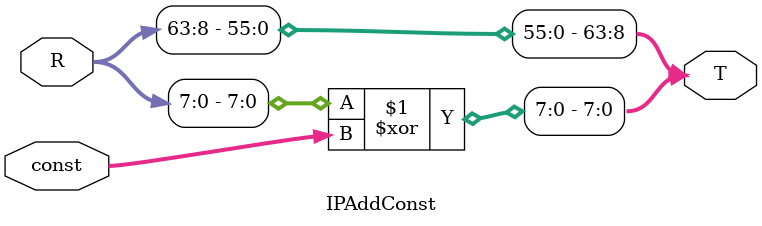
<source format=v>
module IPAddConst #(parameter v = 8) (
	input [v*8 - 1 : 0] R,
	input [7 : 0] const,
	output [v*8 - 1: 0] T
);
	
	assign T = {R[v*8 - 1 : 8], R[7:0] ^ const};


endmodule



</source>
